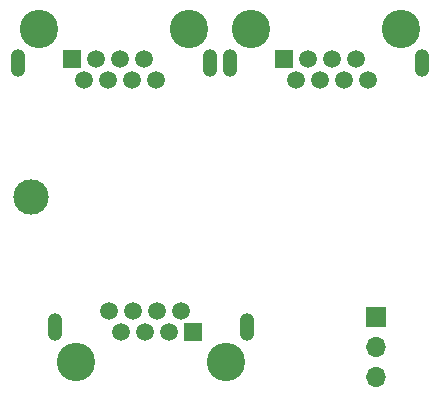
<source format=gbr>
%TF.GenerationSoftware,KiCad,Pcbnew,(6.0.6)*%
%TF.CreationDate,2022-07-09T15:22:20-05:00*%
%TF.ProjectId,Clinic_RJ45_Splitter,436c696e-6963-45f5-924a-34355f53706c,rev?*%
%TF.SameCoordinates,Original*%
%TF.FileFunction,Soldermask,Bot*%
%TF.FilePolarity,Negative*%
%FSLAX46Y46*%
G04 Gerber Fmt 4.6, Leading zero omitted, Abs format (unit mm)*
G04 Created by KiCad (PCBNEW (6.0.6)) date 2022-07-09 15:22:20*
%MOMM*%
%LPD*%
G01*
G04 APERTURE LIST*
%ADD10C,3.250000*%
%ADD11R,1.500000X1.500000*%
%ADD12C,1.500000*%
%ADD13O,1.259000X2.362000*%
%ADD14R,1.700000X1.700000*%
%ADD15O,1.700000X1.700000*%
%ADD16C,3.000000*%
G04 APERTURE END LIST*
D10*
%TO.C,J4*%
X155724320Y-77259180D03*
X168424320Y-77259180D03*
D11*
X158525020Y-79799180D03*
D12*
X159545020Y-81579180D03*
X160555020Y-79799180D03*
X161575020Y-81579180D03*
X162585020Y-79799180D03*
X163605020Y-81579180D03*
X164615020Y-79799180D03*
X165635020Y-81579180D03*
D13*
X170204320Y-80161130D03*
X153944320Y-80161130D03*
%TD*%
D10*
%TO.C,J2*%
X137795000Y-77224620D03*
X150495000Y-77224620D03*
D11*
X140595700Y-79764620D03*
D12*
X141615700Y-81544620D03*
X142625700Y-79764620D03*
X143645700Y-81544620D03*
X144655700Y-79764620D03*
X145675700Y-81544620D03*
X146685700Y-79764620D03*
X147705700Y-81544620D03*
D13*
X152275000Y-80126570D03*
X136015000Y-80126570D03*
%TD*%
D14*
%TO.C,J1*%
X166370000Y-101600000D03*
D15*
X166370000Y-104140000D03*
X166370000Y-106680000D03*
%TD*%
D16*
%TO.C,REF\u002A\u002A*%
X137160000Y-91440000D03*
%TD*%
D10*
%TO.C,J3*%
X153670000Y-105425240D03*
X140970000Y-105425240D03*
D11*
X150869300Y-102885240D03*
D12*
X149849300Y-101105240D03*
X148839300Y-102885240D03*
X147819300Y-101105240D03*
X146809300Y-102885240D03*
X145789300Y-101105240D03*
X144779300Y-102885240D03*
X143759300Y-101105240D03*
D13*
X139190000Y-102523290D03*
X155450000Y-102523290D03*
%TD*%
M02*

</source>
